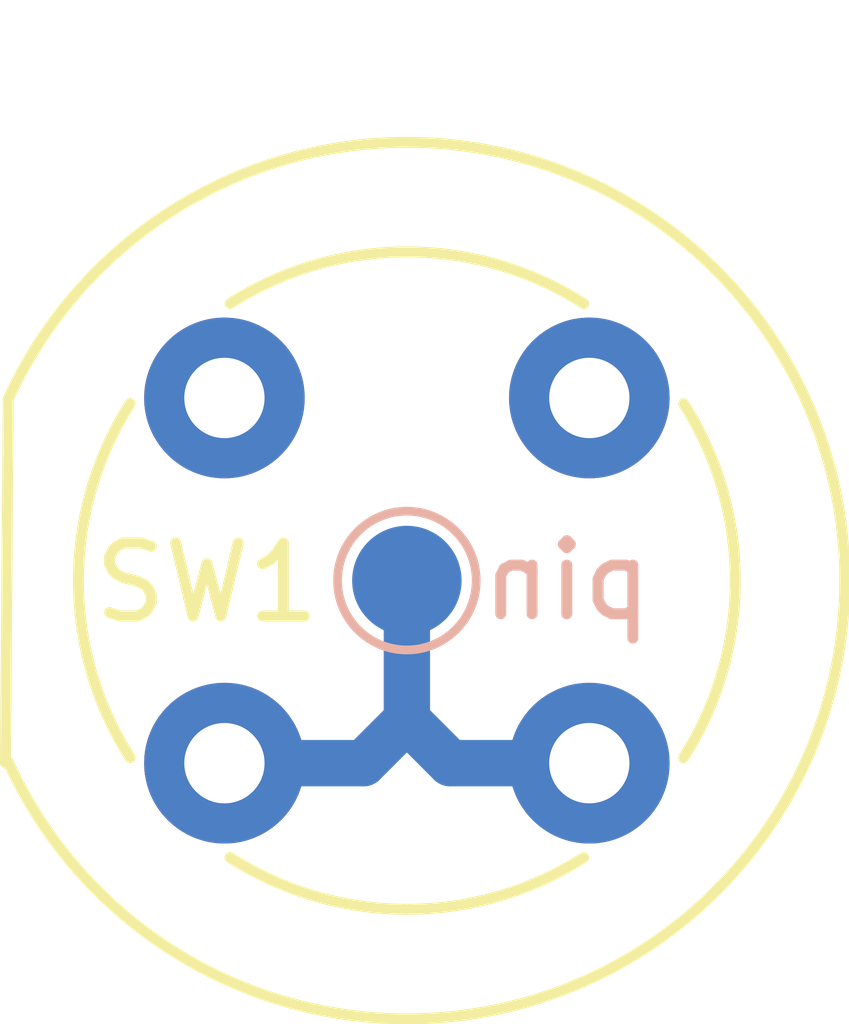
<source format=kicad_pcb>
(kicad_pcb (version 20211014) (generator pcbnew)
  (layers (0 "F.Cu" signal) (31 "B.Cu" signal) (34 "B.Paste" user) (35 "F.Paste" user) (36 "B.SilkS" user "B.Silkscreen") (37 "F.SilkS" user "F.Silkscreen") (38 "B.Mask" user) (39 "F.Mask" user) (44 "Edge.Cuts" user))
  (net 0 "")
  (net 1 "+3V3")
  (net 2 "Pin0")
  (footprint "Switch_Thonk:SW_SPST_CKD6R" (layer "F.Cu") (at 0 0)
    (fp_text reference "SW1" (at -2.74 0.03) (layer "F.SilkS"))
    (fp_text value "SW_Push_Dual")
    (fp_line (start -5.462199 -2.482818) (end -5.5 2.5) (layer "F.SilkS") (width 0.15))
    (fp_arc (start 3.792133 -2.422752) (mid 4.31941 -1.262022) (end 4.5 0) (layer "F.SilkS") (width 0.15))
    (fp_arc (start 2.422752 3.792133) (mid 1.262022 4.31941) (end 0 4.5) (layer "F.SilkS") (width 0.15))
    (fp_arc (start 6 0) (mid 1.267949 5.864495) (end -5.464102 2.478627) (layer "F.SilkS") (width 0.15))
    (fp_arc (start -5.462199 -2.482818) (mid 1.270198 -5.864009) (end 6 0) (layer "F.SilkS") (width 0.15))
    (fp_arc (start -4.5 0) (mid -4.319124 -1.263) (end -3.791036 -2.424469) (layer "F.SilkS") (width 0.15))
    (fp_arc (start 0 -4.5) (mid 1.263 -4.319124) (end 2.424469 -3.791036) (layer "F.SilkS") (width 0.15))
    (fp_arc (start 0 4.5) (mid -1.263 4.319124) (end -2.424469 3.791036) (layer "F.SilkS") (width 0.15))
    (fp_arc (start -3.792133 2.422752) (mid -4.31941 1.262022) (end -4.5 0) (layer "F.SilkS") (width 0.15))
    (fp_arc (start 4.5 0) (mid 4.319124 1.263) (end 3.791036 2.424469) (layer "F.SilkS") (width 0.15))
    (fp_arc (start -2.422752 -3.792133) (mid -1.262022 -4.31941) (end 0 -4.5) (layer "F.SilkS") (width 0.15))
    (pad "1" thru_hole circle locked (at 2.5 -2.5) (size 2.2 2.2) (drill 1.1) (layers *.Cu *.Mask) (net 1 "+3V3"))
    (pad "1" thru_hole circle locked (at -2.5 -2.5) (size 2.2 2.2) (drill 1.1) (layers *.Cu *.Mask) (net 1 "+3V3"))
    (pad "2" thru_hole circle locked (at -2.5 2.5) (size 2.2 2.2) (drill 1.1) (layers *.Cu *.Mask) (net 2 "Pin0"))
    (pad "2" thru_hole circle locked (at 2.5 2.5) (size 2.2 2.2) (drill 1.1) (layers *.Cu *.Mask) (net 2 "Pin0"))
  )
  (footprint "TestPoint:TestPoint_Pad_D1.5mm" (layer "B.Cu") (at 0 0)
    (fp_text reference "TP1" hide)
    (fp_text value "TestPoint")
    (fp_circle (center 0 0) (end 0 -0.95) (layer "B.SilkS") (width 0.12) (fill none))
    (pad "1" smd circle locked (at 0 0) (size 1.5 1.5) (layers "B.Cu" "B.Mask") (net 2 "Pin0"))
  )
  (gr_text "pin" (at 0.95 0) (layer "B.SilkS") (effects (font (size 1 1)) (justify right mirror)))
  (segment (start -0.595 2.5) (end -2.5 2.5) (width 0.635) (layer "B.Cu") (net 2))
  (segment (start 0.595 2.5) (end 2.5 2.5) (width 0.635) (layer "B.Cu") (net 2))
  (segment (start 0 1.905) (end -0.595 2.5) (width 0.635) (layer "B.Cu") (net 2))
  (segment (start 0 0) (end 0 1.905) (width 0.635) (layer "B.Cu") (net 2))
  (segment (start 0 1.905) (end 0.595 2.5) (width 0.635) (layer "B.Cu") (net 2))
)
</source>
